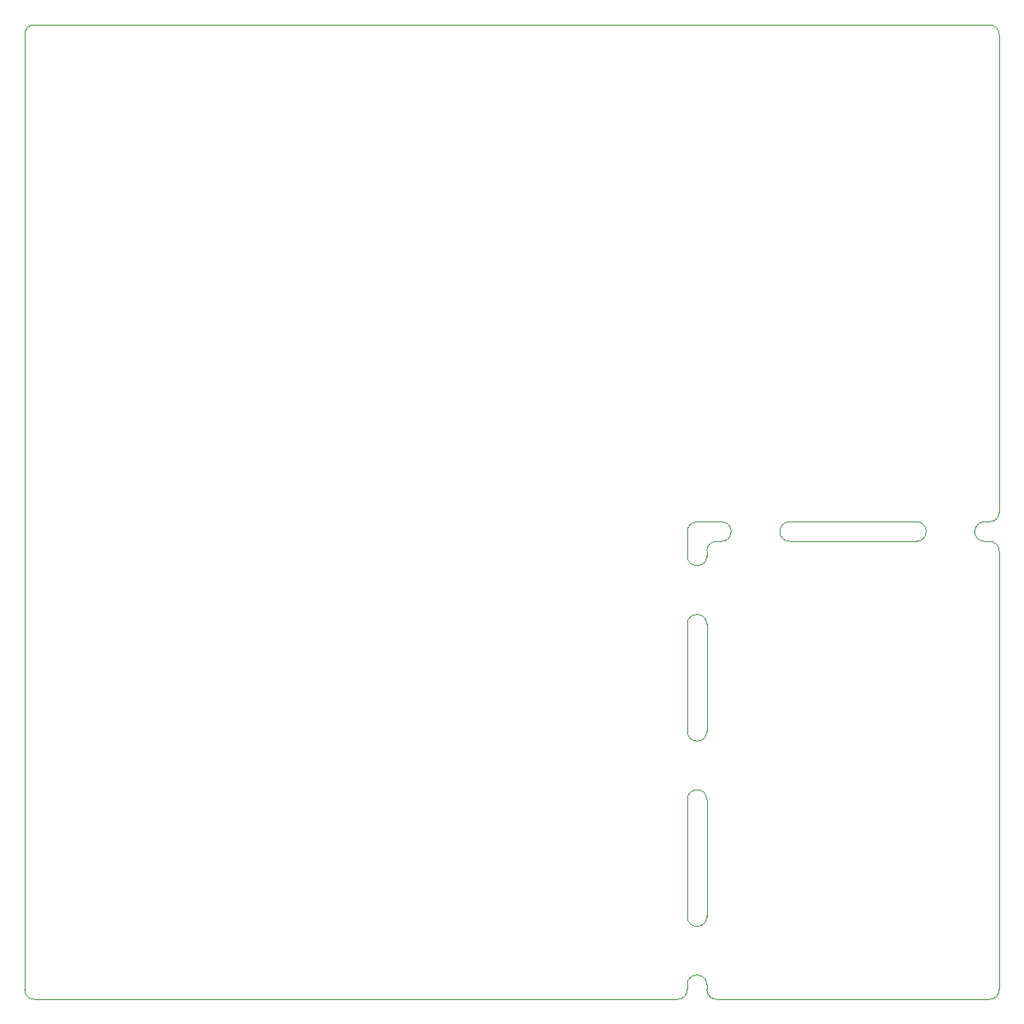
<source format=gbr>
%TF.GenerationSoftware,KiCad,Pcbnew,8.0.5-dirty*%
%TF.CreationDate,2024-10-27T18:43:13+01:00*%
%TF.ProjectId,tank_mower_controller_V1,74616e6b-5f6d-46f7-9765-725f636f6e74,rev?*%
%TF.SameCoordinates,Original*%
%TF.FileFunction,Profile,NP*%
%FSLAX46Y46*%
G04 Gerber Fmt 4.6, Leading zero omitted, Abs format (unit mm)*
G04 Created by KiCad (PCBNEW 8.0.5-dirty) date 2024-10-27 18:43:13*
%MOMM*%
%LPD*%
G01*
G04 APERTURE LIST*
%TA.AperFunction,Profile*%
%ADD10C,0.050000*%
%TD*%
G04 APERTURE END LIST*
D10*
X188738000Y-44704000D02*
X90738000Y-44704000D01*
X157738000Y-117204000D02*
X157738000Y-106204000D01*
X157738000Y-136204000D02*
X157738000Y-124204000D01*
X160738000Y-144704000D02*
X188738000Y-144704000D01*
X188238000Y-97704000D02*
G75*
G02*
X188238000Y-95704000I0J1000000D01*
G01*
X157738000Y-124204000D02*
G75*
G02*
X159738000Y-124204000I1000000J0D01*
G01*
X189738000Y-94704000D02*
X189738000Y-45704000D01*
X89738000Y-45704000D02*
G75*
G02*
X90738000Y-44704000I1000000J0D01*
G01*
X160738000Y-144704000D02*
G75*
G02*
X159738000Y-143704000I0J1000000D01*
G01*
X157738000Y-143204000D02*
X157738000Y-143704000D01*
X168238000Y-97704000D02*
G75*
G02*
X168238000Y-95704000I0J1000000D01*
G01*
X159738000Y-99204000D02*
G75*
G02*
X157738000Y-99204000I-1000000J0D01*
G01*
X90738000Y-144704000D02*
G75*
G02*
X89738000Y-143704000I0J1000000D01*
G01*
X159738000Y-117204000D02*
G75*
G02*
X157738000Y-117204000I-1000000J0D01*
G01*
X89738000Y-45704000D02*
X89738000Y-143704000D01*
X181238000Y-95704000D02*
G75*
G02*
X181238000Y-97704000I0J-1000000D01*
G01*
X188238000Y-95704000D02*
X188738000Y-95704000D01*
X159738000Y-99204000D02*
X159738000Y-98704000D01*
X159738000Y-98704000D02*
G75*
G02*
X160738000Y-97704000I1000000J0D01*
G01*
X189738000Y-143704000D02*
X189738000Y-98704000D01*
X189738000Y-143704000D02*
G75*
G02*
X188738000Y-144704000I-1000000J0D01*
G01*
X161238000Y-95704000D02*
X158738000Y-95704000D01*
X157738000Y-106204000D02*
G75*
G02*
X159738000Y-106204000I1000000J0D01*
G01*
X189738000Y-94704000D02*
G75*
G02*
X188738000Y-95704000I-1000000J0D01*
G01*
X159738000Y-143204000D02*
X159738000Y-143704000D01*
X157738000Y-143204000D02*
G75*
G02*
X159738000Y-143204000I1000000J0D01*
G01*
X157738000Y-96704000D02*
X157738000Y-99204000D01*
X188738000Y-97704000D02*
G75*
G02*
X189738000Y-98704000I0J-1000000D01*
G01*
X90738000Y-144704000D02*
X156738000Y-144704000D01*
X181238000Y-97704000D02*
X168238000Y-97704000D01*
X168238000Y-95704000D02*
X181238000Y-95704000D01*
X188738000Y-44704000D02*
G75*
G02*
X189738000Y-45704000I0J-1000000D01*
G01*
X157738000Y-96704000D02*
G75*
G02*
X158738000Y-95704000I1000000J0D01*
G01*
X161238000Y-95704000D02*
G75*
G02*
X161238000Y-97704000I0J-1000000D01*
G01*
X159738000Y-136204000D02*
G75*
G02*
X157738000Y-136204000I-1000000J0D01*
G01*
X161238000Y-97704000D02*
X160738000Y-97704000D01*
X159738000Y-106204000D02*
X159738000Y-117204000D01*
X159738000Y-136204000D02*
X159738000Y-124204000D01*
X157738000Y-143704000D02*
G75*
G02*
X156738000Y-144704000I-1000000J0D01*
G01*
X188238000Y-97704000D02*
X188738000Y-97704000D01*
M02*

</source>
